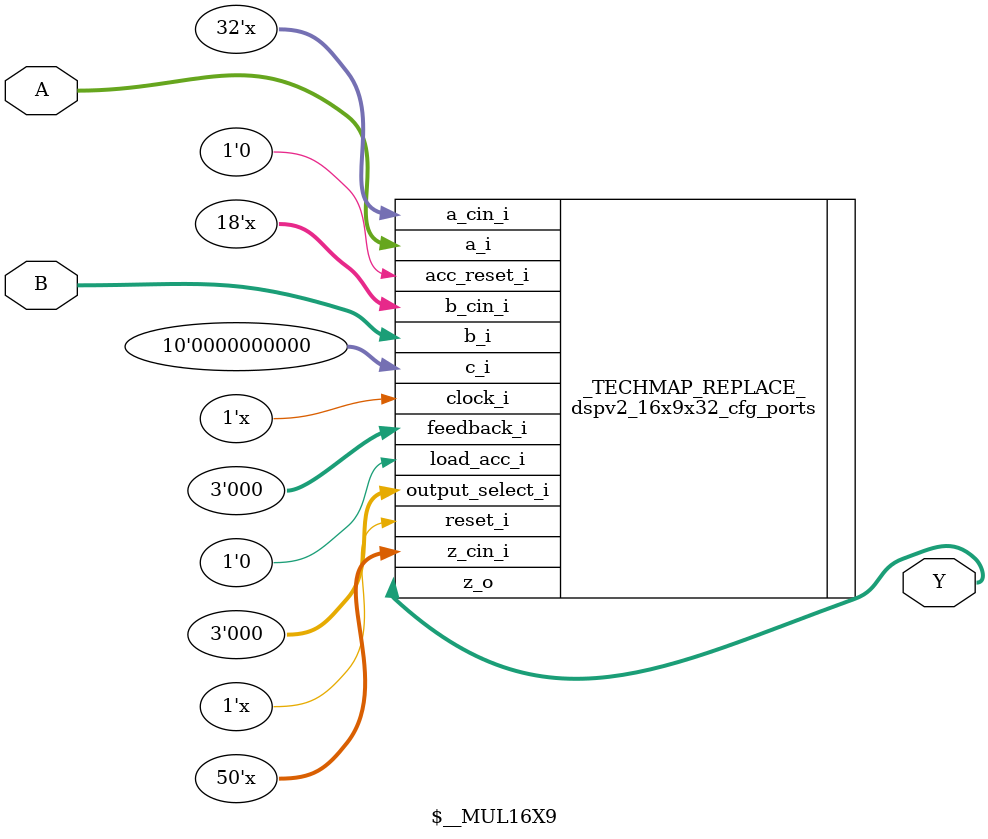
<source format=v>
module \$__MUL32X18 (input [31:0] A, input [17:0] B, output [49:0] Y);
    parameter A_SIGNED = 0;
    parameter B_SIGNED = 0;
    parameter A_WIDTH = 32;
    parameter B_WIDTH = 18;
    parameter Y_WIDTH = 50;

    dspv2_32x18x64_cfg_ports _TECHMAP_REPLACE_ (
        .a_i(A),
        .b_i(B),
        .c_i(18'd0),
        .z_o(Y),

        .clock_i(1'bx),
        .reset_i(1'bx),
        .acc_reset_i(1'b0),
        .feedback_i(3'd0),
        .load_acc_i(1'b0),
        .output_select_i(3'd0),
        .a_cin_i(32'dx),
        .b_cin_i(18'dx),
        .z_cin_i(50'dx),
/* TODO: connect to dummy wires?
        .a_cout_o(),
        .b_cout_o(),
        .z_cout_o(),
*/
    );
endmodule

module \$__MUL16X9 (input [15:0] A, input [8:0] B, output [24:0] Y);
    parameter A_SIGNED = 0;
    parameter B_SIGNED = 0;
    parameter A_WIDTH = 16;
    parameter B_WIDTH = 9;
    parameter Y_WIDTH = 25;

    dspv2_16x9x32_cfg_ports _TECHMAP_REPLACE_ (
        .a_i(A),
        .b_i(B),
        .c_i(10'd0),
        .z_o(Y),

        .clock_i(1'bx),
        .reset_i(1'bx),
        .acc_reset_i(1'b0),
        .feedback_i(3'd0),
        .load_acc_i(1'b0),
        .output_select_i(3'd0),
        .a_cin_i(32'dx),
        .b_cin_i(18'dx),
        .z_cin_i(50'dx),
/* TODO: connect to dummy wires?
        .a_cout_o(),
        .b_cout_o(),
        .z_cout_o(),
*/
    );
endmodule

</source>
